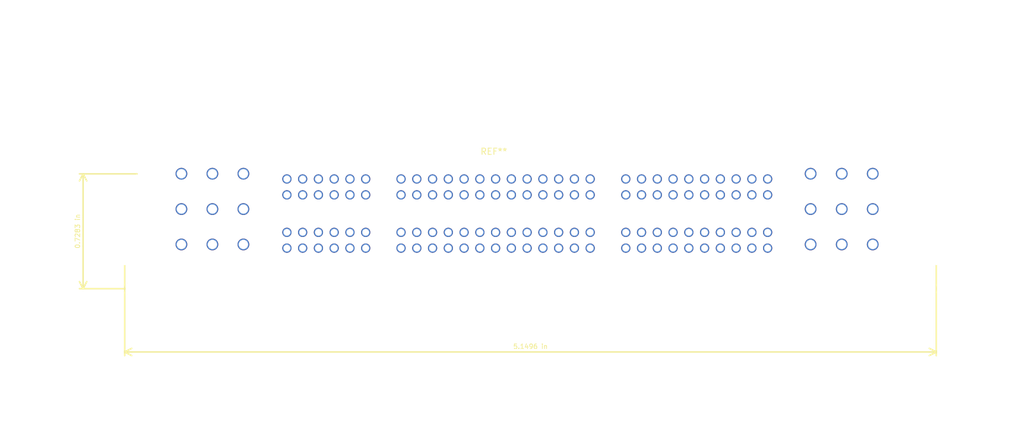
<source format=kicad_pcb>
(kicad_pcb (version 20171130) (host pcbnew "(5.1.4)-1")
  (title_block (title "Breakout board") (date 2019-11-04) (rev R0.1))
  (layers (0 F.Cu signal) (31 B.Cu signal) (34 B.Paste user) (35 F.Paste user) (36 B.SilkS user) (37 F.SilkS user) (38 B.Mask user) (39 F.Mask user) (44 Edge.Cuts user))
  (net 0 "")
  (module Breakout_134pin_7-967288-1_KC5:7-967288-1_134-pin-connector (layer F.Cu) (at 69.3 110)
    (fp_text reference REF** (at 59.5 -17.2) (layer F.SilkS))
    (fp_text value 7-967288-1_134-pin-connector)
    (pad "" np_thru_hole circle (at 130.8 0) (size 2.2 2.2) (drill 2.2) (layers *.Cu *.Mask))
    (pad "" np_thru_hole circle (at 0 0) (size 2.2 2.2) (drill 2.2) (layers *.Cu *.Mask))
    (pad "" np_thru_hole circle (at 2.032 4.895) (size 3.7 3.7) (drill 3.7) (layers *.Cu *.Mask))
    (pad "" np_thru_hole circle (at 128.746 4.895) (size 3.7 3.7) (drill 3.7) (layers *.Cu *.Mask))
    (pad 226 thru_hole circle (at 103.62 -12.778) (size 1.5 1.5) (drill 1.1) (layers *.Cu *.Mask))
    (pad 225 thru_hole circle (at 101.079 -12.778) (size 1.5 1.5) (drill 1.1) (layers *.Cu *.Mask))
    (pad 224 thru_hole circle (at 98.539 -12.778) (size 1.5 1.5) (drill 1.1) (layers *.Cu *.Mask))
    (pad 223 thru_hole circle (at 95.999 -12.778) (size 1.5 1.5) (drill 1.1) (layers *.Cu *.Mask))
    (pad 222 thru_hole circle (at 93.459 -12.778) (size 1.5 1.5) (drill 1.1) (layers *.Cu *.Mask))
    (pad 221 thru_hole circle (at 90.918 -12.778) (size 1.5 1.5) (drill 1.1) (layers *.Cu *.Mask))
    (pad 220 thru_hole circle (at 88.378 -12.778) (size 1.5 1.5) (drill 1.1) (layers *.Cu *.Mask))
    (pad 219 thru_hole circle (at 85.838 -12.778) (size 1.5 1.5) (drill 1.1) (layers *.Cu *.Mask))
    (pad 218 thru_hole circle (at 83.298 -12.778) (size 1.5 1.5) (drill 1.1) (layers *.Cu *.Mask))
    (pad 217 thru_hole circle (at 80.758 -12.778) (size 1.5 1.5) (drill 1.1) (layers *.Cu *.Mask))
    (pad 216 thru_hole circle (at 103.62 -10.215) (size 1.5 1.5) (drill 1.1) (layers *.Cu *.Mask))
    (pad 215 thru_hole circle (at 101.079 -10.215) (size 1.5 1.5) (drill 1.1) (layers *.Cu *.Mask))
    (pad 214 thru_hole circle (at 98.539 -10.215) (size 1.5 1.5) (drill 1.1) (layers *.Cu *.Mask))
    (pad 213 thru_hole circle (at 95.999 -10.215) (size 1.5 1.5) (drill 1.1) (layers *.Cu *.Mask))
    (pad 212 thru_hole circle (at 93.459 -10.215) (size 1.5 1.5) (drill 1.1) (layers *.Cu *.Mask))
    (pad 211 thru_hole circle (at 90.918 -10.215) (size 1.5 1.5) (drill 1.1) (layers *.Cu *.Mask))
    (pad 210 thru_hole circle (at 88.378 -10.215) (size 1.5 1.5) (drill 1.1) (layers *.Cu *.Mask))
    (pad 209 thru_hole circle (at 85.838 -10.215) (size 1.5 1.5) (drill 1.1) (layers *.Cu *.Mask))
    (pad 208 thru_hole circle (at 83.298 -10.215) (size 1.5 1.5) (drill 1.1) (layers *.Cu *.Mask))
    (pad 207 thru_hole circle (at 80.758 -10.215) (size 1.5 1.5) (drill 1.1) (layers *.Cu *.Mask))
    (pad 206 thru_hole circle (at 103.62 -4.176) (size 1.5 1.5) (drill 1.1) (layers *.Cu *.Mask))
    (pad 205 thru_hole circle (at 101.079 -4.176) (size 1.5 1.5) (drill 1.1) (layers *.Cu *.Mask))
    (pad 204 thru_hole circle (at 98.539 -4.176) (size 1.5 1.5) (drill 1.1) (layers *.Cu *.Mask))
    (pad 203 thru_hole circle (at 95.999 -4.176) (size 1.5 1.5) (drill 1.1) (layers *.Cu *.Mask))
    (pad 200 thru_hole circle (at 93.459 -4.176) (size 1.5 1.5) (drill 1.1) (layers *.Cu *.Mask))
    (pad 198 thru_hole circle (at 90.918 -4.176) (size 1.5 1.5) (drill 1.1) (layers *.Cu *.Mask))
    (pad 197 thru_hole circle (at 88.378 -4.176) (size 1.5 1.5) (drill 1.1) (layers *.Cu *.Mask))
    (pad 196 thru_hole circle (at 85.838 -4.176) (size 1.5 1.5) (drill 1.1) (layers *.Cu *.Mask))
    (pad 195 thru_hole circle (at 83.298 -4.176) (size 1.5 1.5) (drill 1.1) (layers *.Cu *.Mask))
    (pad 194 thru_hole circle (at 80.758 -4.176) (size 1.5 1.5) (drill 1.1) (layers *.Cu *.Mask))
    (pad 193 thru_hole circle (at 103.62 -1.633) (size 1.5 1.5) (drill 1.1) (layers *.Cu *.Mask))
    (pad 192 thru_hole circle (at 101.079 -1.633) (size 1.5 1.5) (drill 1.1) (layers *.Cu *.Mask))
    (pad 191 thru_hole circle (at 98.539 -1.633) (size 1.5 1.5) (drill 1.1) (layers *.Cu *.Mask))
    (pad 190 thru_hole circle (at 95.999 -1.633) (size 1.5 1.5) (drill 1.1) (layers *.Cu *.Mask))
    (pad 189 thru_hole circle (at 93.459 -1.633) (size 1.5 1.5) (drill 1.1) (layers *.Cu *.Mask))
    (pad 188 thru_hole circle (at 90.918 -1.633) (size 1.5 1.5) (drill 1.1) (layers *.Cu *.Mask))
    (pad 187 thru_hole circle (at 88.378 -1.633) (size 1.5 1.5) (drill 1.1) (layers *.Cu *.Mask))
    (pad 186 thru_hole circle (at 85.838 -1.633) (size 1.5 1.5) (drill 1.1) (layers *.Cu *.Mask))
    (pad 185 thru_hole circle (at 83.298 -1.633) (size 1.5 1.5) (drill 1.1) (layers *.Cu *.Mask))
    (pad 184 thru_hole circle (at 80.758 -1.633) (size 1.5 1.5) (drill 1.1) (layers *.Cu *.Mask))
    (pad 183 thru_hole circle (at 75.02 -12.778) (size 1.5 1.5) (drill 1.1) (layers *.Cu *.Mask))
    (pad 182 thru_hole circle (at 72.48 -12.778) (size 1.5 1.5) (drill 1.1) (layers *.Cu *.Mask))
    (pad 181 thru_hole circle (at 69.94 -12.778) (size 1.5 1.5) (drill 1.1) (layers *.Cu *.Mask))
    (pad 180 thru_hole circle (at 67.4 -12.778) (size 1.5 1.5) (drill 1.1) (layers *.Cu *.Mask))
    (pad 179 thru_hole circle (at 64.86 -12.778) (size 1.5 1.5) (drill 1.1) (layers *.Cu *.Mask))
    (pad 178 thru_hole circle (at 62.319 -12.778) (size 1.5 1.5) (drill 1.1) (layers *.Cu *.Mask))
    (pad 177 thru_hole circle (at 59.779 -12.778) (size 1.5 1.5) (drill 1.1) (layers *.Cu *.Mask))
    (pad 176 thru_hole circle (at 57.239 -12.778) (size 1.5 1.5) (drill 1.1) (layers *.Cu *.Mask))
    (pad 175 thru_hole circle (at 54.699 -12.778) (size 1.5 1.5) (drill 1.1) (layers *.Cu *.Mask))
    (pad 174 thru_hole circle (at 52.158 -12.778) (size 1.5 1.5) (drill 1.1) (layers *.Cu *.Mask))
    (pad 173 thru_hole circle (at 49.618 -12.778) (size 1.5 1.5) (drill 1.1) (layers *.Cu *.Mask))
    (pad 172 thru_hole circle (at 47.078 -12.778) (size 1.5 1.5) (drill 1.1) (layers *.Cu *.Mask))
    (pad 171 thru_hole circle (at 44.538 -12.778) (size 1.5 1.5) (drill 1.1) (layers *.Cu *.Mask))
    (pad 170 thru_hole circle (at 75.02 -10.215) (size 1.5 1.5) (drill 1.1) (layers *.Cu *.Mask))
    (pad 169 thru_hole circle (at 72.48 -10.215) (size 1.5 1.5) (drill 1.1) (layers *.Cu *.Mask))
    (pad 168 thru_hole circle (at 69.94 -10.215) (size 1.5 1.5) (drill 1.1) (layers *.Cu *.Mask))
    (pad 167 thru_hole circle (at 67.4 -10.215) (size 1.5 1.5) (drill 1.1) (layers *.Cu *.Mask))
    (pad 166 thru_hole circle (at 64.86 -10.215) (size 1.5 1.5) (drill 1.1) (layers *.Cu *.Mask))
    (pad 165 thru_hole circle (at 62.319 -10.215) (size 1.5 1.5) (drill 1.1) (layers *.Cu *.Mask))
    (pad 164 thru_hole circle (at 59.779 -10.215) (size 1.5 1.5) (drill 1.1) (layers *.Cu *.Mask))
    (pad 163 thru_hole circle (at 57.239 -10.215) (size 1.5 1.5) (drill 1.1) (layers *.Cu *.Mask))
    (pad 162 thru_hole circle (at 54.699 -10.215) (size 1.5 1.5) (drill 1.1) (layers *.Cu *.Mask))
    (pad 161 thru_hole circle (at 52.158 -10.215) (size 1.5 1.5) (drill 1.1) (layers *.Cu *.Mask))
    (pad 160 thru_hole circle (at 49.618 -10.215) (size 1.5 1.5) (drill 1.1) (layers *.Cu *.Mask))
    (pad 159 thru_hole circle (at 47.078 -10.215) (size 1.5 1.5) (drill 1.1) (layers *.Cu *.Mask))
    (pad 158 thru_hole circle (at 44.538 -10.215) (size 1.5 1.5) (drill 1.1) (layers *.Cu *.Mask))
    (pad 157 thru_hole circle (at 75.02 -4.176) (size 1.5 1.5) (drill 1.1) (layers *.Cu *.Mask))
    (pad 156 thru_hole circle (at 72.48 -4.176) (size 1.5 1.5) (drill 1.1) (layers *.Cu *.Mask))
    (pad 155 thru_hole circle (at 69.94 -4.176) (size 1.5 1.5) (drill 1.1) (layers *.Cu *.Mask))
    (pad 154 thru_hole circle (at 67.4 -4.176) (size 1.5 1.5) (drill 1.1) (layers *.Cu *.Mask))
    (pad 153 thru_hole circle (at 64.86 -4.176) (size 1.5 1.5) (drill 1.1) (layers *.Cu *.Mask))
    (pad 152 thru_hole circle (at 62.319 -4.176) (size 1.5 1.5) (drill 1.1) (layers *.Cu *.Mask))
    (pad 151 thru_hole circle (at 59.779 -4.176) (size 1.5 1.5) (drill 1.1) (layers *.Cu *.Mask))
    (pad 150 thru_hole circle (at 57.239 -4.176) (size 1.5 1.5) (drill 1.1) (layers *.Cu *.Mask))
    (pad 149 thru_hole circle (at 54.699 -4.176) (size 1.5 1.5) (drill 1.1) (layers *.Cu *.Mask))
    (pad 148 thru_hole circle (at 52.158 -4.176) (size 1.5 1.5) (drill 1.1) (layers *.Cu *.Mask))
    (pad 147 thru_hole circle (at 49.618 -4.176) (size 1.5 1.5) (drill 1.1) (layers *.Cu *.Mask))
    (pad 146 thru_hole circle (at 47.078 -4.176) (size 1.5 1.5) (drill 1.1) (layers *.Cu *.Mask))
    (pad 145 thru_hole circle (at 44.538 -4.176) (size 1.5 1.5) (drill 1.1) (layers *.Cu *.Mask))
    (pad 144 thru_hole circle (at 75.02 -1.633) (size 1.5 1.5) (drill 1.1) (layers *.Cu *.Mask))
    (pad 143 thru_hole circle (at 72.48 -1.633) (size 1.5 1.5) (drill 1.1) (layers *.Cu *.Mask))
    (pad 142 thru_hole circle (at 69.94 -1.633) (size 1.5 1.5) (drill 1.1) (layers *.Cu *.Mask))
    (pad 141 thru_hole circle (at 67.4 -1.633) (size 1.5 1.5) (drill 1.1) (layers *.Cu *.Mask))
    (pad 140 thru_hole circle (at 64.86 -1.633) (size 1.5 1.5) (drill 1.1) (layers *.Cu *.Mask))
    (pad 139 thru_hole circle (at 62.319 -1.633) (size 1.5 1.5) (drill 1.1) (layers *.Cu *.Mask))
    (pad 138 thru_hole circle (at 59.779 -1.633) (size 1.5 1.5) (drill 1.1) (layers *.Cu *.Mask))
    (pad 137 thru_hole circle (at 57.239 -1.633) (size 1.5 1.5) (drill 1.1) (layers *.Cu *.Mask))
    (pad 136 thru_hole circle (at 54.699 -1.633) (size 1.5 1.5) (drill 1.1) (layers *.Cu *.Mask))
    (pad 135 thru_hole circle (at 52.158 -1.633) (size 1.5 1.5) (drill 1.1) (layers *.Cu *.Mask))
    (pad 134 thru_hole circle (at 49.618 -1.633) (size 1.5 1.5) (drill 1.1) (layers *.Cu *.Mask))
    (pad 133 thru_hole circle (at 47.078 -1.633) (size 1.5 1.5) (drill 1.1) (layers *.Cu *.Mask))
    (pad 132 thru_hole circle (at 44.538 -1.633) (size 1.5 1.5) (drill 1.1) (layers *.Cu *.Mask))
    (pad 131 thru_hole circle (at 38.844 -12.778) (size 1.5 1.5) (drill 1.1) (layers *.Cu *.Mask))
    (pad 130 thru_hole circle (at 36.304 -12.778) (size 1.5 1.5) (drill 1.1) (layers *.Cu *.Mask))
    (pad 129 thru_hole circle (at 33.763 -12.778) (size 1.5 1.5) (drill 1.1) (layers *.Cu *.Mask))
    (pad 128 thru_hole circle (at 31.223 -12.778) (size 1.5 1.5) (drill 1.1) (layers *.Cu *.Mask))
    (pad 127 thru_hole circle (at 28.683 -12.778) (size 1.5 1.5) (drill 1.1) (layers *.Cu *.Mask))
    (pad 126 thru_hole circle (at 26.143 -12.778) (size 1.5 1.5) (drill 1.1) (layers *.Cu *.Mask))
    (pad 125 thru_hole circle (at 38.844 -10.215) (size 1.5 1.5) (drill 1.1) (layers *.Cu *.Mask))
    (pad 124 thru_hole circle (at 36.304 -10.215) (size 1.5 1.5) (drill 1.1) (layers *.Cu *.Mask))
    (pad 123 thru_hole circle (at 33.763 -10.215) (size 1.5 1.5) (drill 1.1) (layers *.Cu *.Mask))
    (pad 122 thru_hole circle (at 31.223 -10.215) (size 1.5 1.5) (drill 1.1) (layers *.Cu *.Mask))
    (pad 121 thru_hole circle (at 28.683 -10.215) (size 1.5 1.5) (drill 1.1) (layers *.Cu *.Mask))
    (pad 120 thru_hole circle (at 26.143 -10.215) (size 1.5 1.5) (drill 1.1) (layers *.Cu *.Mask))
    (pad 119 thru_hole circle (at 38.844 -4.176) (size 1.5 1.5) (drill 1.1) (layers *.Cu *.Mask))
    (pad 118 thru_hole circle (at 36.304 -4.176) (size 1.5 1.5) (drill 1.1) (layers *.Cu *.Mask))
    (pad 117 thru_hole circle (at 33.763 -4.176) (size 1.5 1.5) (drill 1.1) (layers *.Cu *.Mask))
    (pad 116 thru_hole circle (at 31.223 -4.176) (size 1.5 1.5) (drill 1.1) (layers *.Cu *.Mask))
    (pad 115 thru_hole circle (at 28.683 -4.176) (size 1.5 1.5) (drill 1.1) (layers *.Cu *.Mask))
    (pad 114 thru_hole circle (at 26.143 -4.176) (size 1.5 1.5) (drill 1.1) (layers *.Cu *.Mask))
    (pad 113 thru_hole circle (at 38.844 -1.633) (size 1.5 1.5) (drill 1.1) (layers *.Cu *.Mask))
    (pad 112 thru_hole circle (at 36.304 -1.633) (size 1.5 1.5) (drill 1.1) (layers *.Cu *.Mask))
    (pad 111 thru_hole circle (at 33.763 -1.633) (size 1.5 1.5) (drill 1.1) (layers *.Cu *.Mask))
    (pad 110 thru_hole circle (at 31.223 -1.633) (size 1.5 1.5) (drill 1.1) (layers *.Cu *.Mask))
    (pad 202 thru_hole circle (at 28.683 -1.633) (size 1.5 1.5) (drill 1.1) (layers *.Cu *.Mask))
    (pad 201 thru_hole circle (at 26.143 -1.633) (size 1.5 1.5) (drill 1.1) (layers *.Cu *.Mask))
    (pad 509 thru_hole circle (at 120.554 -13.626) (size 1.9 1.9) (drill 1.5) (layers *.Cu *.Mask))
    (pad 508 thru_hole circle (at 115.559 -13.626) (size 1.9 1.9) (drill 1.5) (layers *.Cu *.Mask))
    (pad 507 thru_hole circle (at 110.542 -13.626) (size 1.9 1.9) (drill 1.5) (layers *.Cu *.Mask))
    (pad 506 thru_hole circle (at 120.554 -7.926) (size 1.9 1.9) (drill 1.5) (layers *.Cu *.Mask))
    (pad 505 thru_hole circle (at 115.559 -7.926) (size 1.9 1.9) (drill 1.5) (layers *.Cu *.Mask))
    (pad 504 thru_hole circle (at 110.542 -7.926) (size 1.9 1.9) (drill 1.5) (layers *.Cu *.Mask))
    (pad 503 thru_hole circle (at 120.554 -2.225) (size 1.9 1.9) (drill 1.5) (layers *.Cu *.Mask))
    (pad 502 thru_hole circle (at 115.559 -2.225) (size 1.9 1.9) (drill 1.5) (layers *.Cu *.Mask))
    (pad 501 thru_hole circle (at 110.542 -2.225) (size 1.9 1.9) (drill 1.5) (layers *.Cu *.Mask))
    (pad 109 thru_hole circle (at 19.136 -13.626) (size 1.9 1.9) (drill 1.5) (layers *.Cu *.Mask))
    (pad 108 thru_hole circle (at 14.14 -13.626) (size 1.9 1.9) (drill 1.5) (layers *.Cu *.Mask))
    (pad 107 thru_hole circle (at 9.145 -13.626) (size 1.9 1.9) (drill 1.5) (layers *.Cu *.Mask))
    (pad 106 thru_hole circle (at 19.136 -7.926) (size 1.9 1.9) (drill 1.5) (layers *.Cu *.Mask))
    (pad 105 thru_hole circle (at 14.14 -7.926) (size 1.9 1.9) (drill 1.5) (layers *.Cu *.Mask))
    (pad 104 thru_hole circle (at 9.145 -7.926) (size 1.9 1.9) (drill 1.5) (layers *.Cu *.Mask))
    (pad 103 thru_hole circle (at 19.136 -2.225) (size 1.9 1.9) (drill 1.5) (layers *.Cu *.Mask))
    (pad 102 thru_hole circle (at 14.14 -2.225) (size 1.9 1.9) (drill 1.5) (layers *.Cu *.Mask))
    (pad 101 thru_hole circle (at 9.145 -2.225) (size 1.9 1.9) (drill 1.5) (layers *.Cu *.Mask))
  )
  (dimension 18.5 (width 0.25) (layer F.SilkS) (gr_text "18.500 mm" (at 61.47 105.65 90) (layer F.SilkS) (effects (font (size 0.75 0.75) (thickness 0.13)))) (feature1 (pts (xy 71.3 96.4) (xy 62.013579 96.4))) (feature2 (pts (xy 71.3 114.9) (xy 62.013579 114.9))) (crossbar (pts (xy 62.6 114.9) (xy 62.6 96.4))) (arrow1a (pts (xy 62.6 96.4) (xy 63.186421 97.526504))) (arrow1b (pts (xy 62.6 96.4) (xy 62.013579 97.526504))) (arrow2a (pts (xy 62.6 114.9) (xy 63.186421 113.773496))) (arrow2b (pts (xy 62.6 114.9) (xy 62.013579 113.773496))))
  (dimension 130.8 (width 0.25) (layer F.SilkS) (gr_text "130.800 mm" (at 134.7 126.229999) (layer F.SilkS) (effects (font (size 0.75 0.75) (thickness 0.13)))) (feature1 (pts (xy 200.1 110) (xy 200.1 125.68642))) (feature2 (pts (xy 69.3 110) (xy 69.3 125.68642))) (crossbar (pts (xy 69.3 125.099999) (xy 200.1 125.099999))) (arrow1a (pts (xy 200.1 125.099999) (xy 198.973496 125.68642))) (arrow1b (pts (xy 200.1 125.099999) (xy 198.973496 124.513578))) (arrow2a (pts (xy 69.3 125.099999) (xy 70.426504 125.68642))) (arrow2b (pts (xy 69.3 125.099999) (xy 70.426504 124.513578))))
)
</source>
